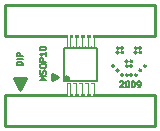
<source format=gto>
G04 (created by PCBNEW (2013-01-21 BZR 3918)-testing) date Wed 23 Jan 2013 07:37:05 PM CET*
%MOIN*%
G04 Gerber Fmt 3.4, Leading zero omitted, Abs format*
%FSLAX34Y34*%
G01*
G70*
G90*
G04 APERTURE LIST*
%ADD10C,0.00393701*%
%ADD11C,0.005*%
%ADD12C,0.01*%
%ADD13C,0.0026*%
%ADD14C,0.008*%
%ADD15R,0.06X0.06*%
%ADD16C,0.06*%
%ADD17R,0.0098X0.0393*%
G04 APERTURE END LIST*
G54D10*
G54D11*
X57757Y-40200D02*
X57766Y-40190D01*
X57785Y-40180D01*
X57833Y-40180D01*
X57852Y-40190D01*
X57861Y-40200D01*
X57871Y-40219D01*
X57871Y-40238D01*
X57861Y-40266D01*
X57747Y-40380D01*
X57871Y-40380D01*
X57995Y-40180D02*
X58014Y-40180D01*
X58033Y-40190D01*
X58042Y-40200D01*
X58052Y-40219D01*
X58061Y-40257D01*
X58061Y-40304D01*
X58052Y-40342D01*
X58042Y-40361D01*
X58033Y-40371D01*
X58014Y-40380D01*
X57995Y-40380D01*
X57976Y-40371D01*
X57966Y-40361D01*
X57957Y-40342D01*
X57947Y-40304D01*
X57947Y-40257D01*
X57957Y-40219D01*
X57966Y-40200D01*
X57976Y-40190D01*
X57995Y-40180D01*
X58185Y-40180D02*
X58204Y-40180D01*
X58223Y-40190D01*
X58233Y-40200D01*
X58242Y-40219D01*
X58252Y-40257D01*
X58252Y-40304D01*
X58242Y-40342D01*
X58233Y-40361D01*
X58223Y-40371D01*
X58204Y-40380D01*
X58185Y-40380D01*
X58166Y-40371D01*
X58157Y-40361D01*
X58147Y-40342D01*
X58138Y-40304D01*
X58138Y-40257D01*
X58147Y-40219D01*
X58157Y-40200D01*
X58166Y-40190D01*
X58185Y-40180D01*
X58347Y-40380D02*
X58385Y-40380D01*
X58404Y-40371D01*
X58414Y-40361D01*
X58433Y-40333D01*
X58442Y-40295D01*
X58442Y-40219D01*
X58433Y-40200D01*
X58423Y-40190D01*
X58404Y-40180D01*
X58366Y-40180D01*
X58347Y-40190D01*
X58338Y-40200D01*
X58328Y-40219D01*
X58328Y-40266D01*
X58338Y-40285D01*
X58347Y-40295D01*
X58366Y-40304D01*
X58404Y-40304D01*
X58423Y-40295D01*
X58433Y-40285D01*
X58442Y-40266D01*
X55280Y-40157D02*
X55080Y-40157D01*
X55223Y-40090D01*
X55080Y-40023D01*
X55280Y-40023D01*
X55271Y-39938D02*
X55280Y-39909D01*
X55280Y-39861D01*
X55271Y-39842D01*
X55261Y-39833D01*
X55242Y-39823D01*
X55223Y-39823D01*
X55204Y-39833D01*
X55195Y-39842D01*
X55185Y-39861D01*
X55176Y-39900D01*
X55166Y-39919D01*
X55157Y-39928D01*
X55138Y-39938D01*
X55119Y-39938D01*
X55100Y-39928D01*
X55090Y-39919D01*
X55080Y-39900D01*
X55080Y-39852D01*
X55090Y-39823D01*
X55080Y-39700D02*
X55080Y-39661D01*
X55090Y-39642D01*
X55109Y-39623D01*
X55147Y-39614D01*
X55214Y-39614D01*
X55252Y-39623D01*
X55271Y-39642D01*
X55280Y-39661D01*
X55280Y-39700D01*
X55271Y-39719D01*
X55252Y-39738D01*
X55214Y-39747D01*
X55147Y-39747D01*
X55109Y-39738D01*
X55090Y-39719D01*
X55080Y-39700D01*
X55280Y-39528D02*
X55080Y-39528D01*
X55080Y-39452D01*
X55090Y-39433D01*
X55100Y-39423D01*
X55119Y-39414D01*
X55147Y-39414D01*
X55166Y-39423D01*
X55176Y-39433D01*
X55185Y-39452D01*
X55185Y-39528D01*
X55280Y-39223D02*
X55280Y-39338D01*
X55280Y-39280D02*
X55080Y-39280D01*
X55109Y-39300D01*
X55128Y-39319D01*
X55138Y-39338D01*
X55080Y-39100D02*
X55080Y-39080D01*
X55090Y-39061D01*
X55100Y-39052D01*
X55119Y-39042D01*
X55157Y-39033D01*
X55204Y-39033D01*
X55242Y-39042D01*
X55261Y-39052D01*
X55271Y-39061D01*
X55280Y-39080D01*
X55280Y-39100D01*
X55271Y-39119D01*
X55261Y-39128D01*
X55242Y-39138D01*
X55204Y-39147D01*
X55157Y-39147D01*
X55119Y-39138D01*
X55100Y-39128D01*
X55090Y-39119D01*
X55080Y-39100D01*
X54505Y-39650D02*
X54305Y-39650D01*
X54305Y-39602D01*
X54315Y-39573D01*
X54334Y-39554D01*
X54353Y-39545D01*
X54391Y-39535D01*
X54420Y-39535D01*
X54458Y-39545D01*
X54477Y-39554D01*
X54496Y-39573D01*
X54505Y-39602D01*
X54505Y-39650D01*
X54505Y-39450D02*
X54305Y-39450D01*
X54505Y-39354D02*
X54305Y-39354D01*
X54305Y-39278D01*
X54315Y-39259D01*
X54325Y-39249D01*
X54344Y-39240D01*
X54372Y-39240D01*
X54391Y-39249D01*
X54401Y-39259D01*
X54410Y-39278D01*
X54410Y-39354D01*
G54D12*
X57550Y-39675D02*
G75*
G03X57550Y-39675I-25J0D01*
G74*
G01*
X57700Y-39825D02*
G75*
G03X57700Y-39825I-25J0D01*
G74*
G01*
X58600Y-39675D02*
G75*
G03X58600Y-39675I-25J0D01*
G74*
G01*
X58450Y-39825D02*
G75*
G03X58450Y-39825I-25J0D01*
G74*
G01*
X58300Y-39975D02*
G75*
G03X58300Y-39975I-25J0D01*
G74*
G01*
X57850Y-39975D02*
G75*
G03X57850Y-39975I-25J0D01*
G74*
G01*
X58000Y-39975D02*
G75*
G03X58000Y-39975I-25J0D01*
G74*
G01*
X58150Y-39975D02*
G75*
G03X58150Y-39975I-25J0D01*
G74*
G01*
X58000Y-39525D02*
G75*
G03X58000Y-39525I-25J0D01*
G74*
G01*
X58150Y-39525D02*
G75*
G03X58150Y-39525I-25J0D01*
G74*
G01*
X58150Y-39675D02*
G75*
G03X58150Y-39675I-25J0D01*
G74*
G01*
X58000Y-39675D02*
G75*
G03X58000Y-39675I-25J0D01*
G74*
G01*
X58300Y-39075D02*
G75*
G03X58300Y-39075I-25J0D01*
G74*
G01*
X58450Y-39075D02*
G75*
G03X58450Y-39075I-25J0D01*
G74*
G01*
X58450Y-39225D02*
G75*
G03X58450Y-39225I-25J0D01*
G74*
G01*
X58300Y-39225D02*
G75*
G03X58300Y-39225I-25J0D01*
G74*
G01*
X57700Y-39225D02*
G75*
G03X57700Y-39225I-25J0D01*
G74*
G01*
X57850Y-39225D02*
G75*
G03X57850Y-39225I-25J0D01*
G74*
G01*
X57850Y-39075D02*
G75*
G03X57850Y-39075I-25J0D01*
G74*
G01*
X57700Y-39075D02*
G75*
G03X57700Y-39075I-25J0D01*
G74*
G01*
X54430Y-40190D02*
X54380Y-40090D01*
X54430Y-40190D02*
X54480Y-40090D01*
X54430Y-40440D02*
X54430Y-40090D01*
X54330Y-40090D02*
X54430Y-40290D01*
X54430Y-40290D02*
X54530Y-40090D01*
X54430Y-40340D02*
X54280Y-40090D01*
X54430Y-40340D02*
X54580Y-40090D01*
X54430Y-40390D02*
X54630Y-40090D01*
X54230Y-40090D02*
X54430Y-40390D01*
X54430Y-40490D02*
X54230Y-40090D01*
X54230Y-40090D02*
X54630Y-40090D01*
X54630Y-40090D02*
X54430Y-40490D01*
X53930Y-38690D02*
X53930Y-37640D01*
X53930Y-37640D02*
X58930Y-37640D01*
X58930Y-37640D02*
X58930Y-38690D01*
X58930Y-38690D02*
X53930Y-38690D01*
X53930Y-40640D02*
X53930Y-41690D01*
X53930Y-41690D02*
X58930Y-41690D01*
X58930Y-41690D02*
X58930Y-40640D01*
X58930Y-40640D02*
X53930Y-40640D01*
X55680Y-40040D02*
X55480Y-39940D01*
X55480Y-39940D02*
X55480Y-40140D01*
X55480Y-40140D02*
X55680Y-40040D01*
X55680Y-40040D02*
X55480Y-40040D01*
X56050Y-40090D02*
G75*
G03X56050Y-40090I-70J0D01*
G74*
G01*
G54D13*
X55988Y-40624D02*
X56086Y-40624D01*
X56086Y-40624D02*
X56086Y-40230D01*
X55988Y-40230D02*
X56086Y-40230D01*
X55988Y-40624D02*
X55988Y-40230D01*
X56185Y-40624D02*
X56283Y-40624D01*
X56283Y-40624D02*
X56283Y-40230D01*
X56185Y-40230D02*
X56283Y-40230D01*
X56185Y-40624D02*
X56185Y-40230D01*
X56382Y-40624D02*
X56479Y-40624D01*
X56479Y-40624D02*
X56479Y-40230D01*
X56382Y-40230D02*
X56479Y-40230D01*
X56382Y-40624D02*
X56382Y-40230D01*
X56577Y-40624D02*
X56676Y-40624D01*
X56676Y-40624D02*
X56676Y-40230D01*
X56577Y-40230D02*
X56676Y-40230D01*
X56577Y-40624D02*
X56577Y-40230D01*
X56774Y-40624D02*
X56873Y-40624D01*
X56873Y-40624D02*
X56873Y-40230D01*
X56774Y-40230D02*
X56873Y-40230D01*
X56774Y-40624D02*
X56774Y-40230D01*
X56774Y-39050D02*
X56872Y-39050D01*
X56872Y-39050D02*
X56872Y-38656D01*
X56774Y-38656D02*
X56872Y-38656D01*
X56774Y-39050D02*
X56774Y-38656D01*
X56577Y-39050D02*
X56675Y-39050D01*
X56675Y-39050D02*
X56675Y-38656D01*
X56577Y-38656D02*
X56675Y-38656D01*
X56577Y-39050D02*
X56577Y-38656D01*
X56381Y-39050D02*
X56478Y-39050D01*
X56478Y-39050D02*
X56478Y-38656D01*
X56381Y-38656D02*
X56478Y-38656D01*
X56381Y-39050D02*
X56381Y-38656D01*
X56184Y-39050D02*
X56283Y-39050D01*
X56283Y-39050D02*
X56283Y-38656D01*
X56184Y-38656D02*
X56283Y-38656D01*
X56184Y-39050D02*
X56184Y-38656D01*
X55987Y-39050D02*
X56086Y-39050D01*
X56086Y-39050D02*
X56086Y-38656D01*
X55987Y-38656D02*
X56086Y-38656D01*
X55987Y-39050D02*
X55987Y-38656D01*
G54D14*
X55879Y-39089D02*
X56981Y-39089D01*
X56981Y-39089D02*
X56981Y-40191D01*
X56981Y-40191D02*
X55879Y-40191D01*
X55879Y-40191D02*
X55879Y-39089D01*
%LPC*%
G54D15*
X54430Y-41140D03*
G54D16*
X55430Y-41140D03*
X56430Y-41140D03*
X57430Y-41140D03*
X58430Y-41140D03*
X58430Y-38140D03*
X57430Y-38140D03*
X56430Y-38140D03*
X55430Y-38140D03*
G54D15*
X54430Y-38140D03*
G54D17*
X56037Y-40471D03*
X56234Y-40471D03*
X56430Y-40471D03*
X56626Y-40471D03*
X56823Y-40471D03*
X56823Y-38809D03*
X56626Y-38809D03*
X56430Y-38809D03*
X56234Y-38809D03*
X56037Y-38809D03*
G54D15*
X56430Y-39640D03*
X56430Y-39640D03*
M02*

</source>
